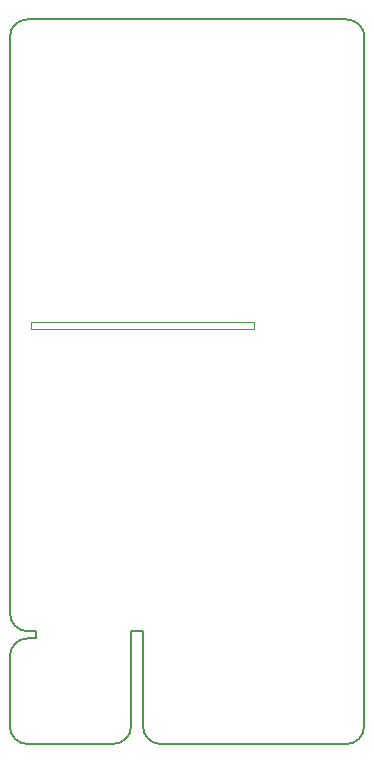
<source format=gbr>
%TF.GenerationSoftware,KiCad,Pcbnew,7.0.5-7.0.5~ubuntu20.04.1*%
%TF.CreationDate,2023-06-23T07:32:12+02:00*%
%TF.ProjectId,ModuleV440,4d6f6475-6c65-4563-9434-302e6b696361,rev?*%
%TF.SameCoordinates,Original*%
%TF.FileFunction,Profile,NP*%
%FSLAX46Y46*%
G04 Gerber Fmt 4.6, Leading zero omitted, Abs format (unit mm)*
G04 Created by KiCad (PCBNEW 7.0.5-7.0.5~ubuntu20.04.1) date 2023-06-23 07:32:12*
%MOMM*%
%LPD*%
G01*
G04 APERTURE LIST*
%TA.AperFunction,Profile*%
%ADD10C,0.150000*%
%TD*%
%TA.AperFunction,Profile*%
%ADD11C,0.100000*%
%TD*%
G04 APERTURE END LIST*
D10*
X1500000Y61350000D02*
X28525000Y61350000D01*
X30025000Y59850000D02*
X30000000Y1500000D01*
X28500000Y0D02*
X12775000Y0D01*
X1500000Y61350000D02*
G75*
G03*
X0Y59850000I0J-1500000D01*
G01*
X0Y1500000D02*
G75*
G03*
X1500000Y0I1500000J0D01*
G01*
X28500000Y0D02*
G75*
G03*
X30000000Y1500000I0J1500000D01*
G01*
D11*
X14880000Y35140000D02*
X1780000Y35140000D01*
X20680000Y35140000D02*
X14880000Y35140000D01*
X20660000Y35740000D02*
X20680000Y35140000D01*
D10*
X20000Y11040000D02*
X0Y59850000D01*
X10270000Y9580000D02*
X11275000Y9580000D01*
X10270000Y1510000D02*
X10270000Y9580000D01*
X11275000Y1500000D02*
G75*
G03*
X12775000Y0I1500000J0D01*
G01*
X8770000Y10000D02*
G75*
G03*
X10270000Y1510000I0J1500000D01*
G01*
X8770000Y10000D02*
X1500000Y0D01*
X1500000Y8930000D02*
G75*
G03*
X0Y7430000I0J-1500000D01*
G01*
X20000Y11040000D02*
G75*
G03*
X1520000Y9540000I1500000J0D01*
G01*
X0Y1500000D02*
X0Y7430000D01*
X2230000Y8930000D02*
X2230000Y9540000D01*
X2230000Y8930000D02*
X1500000Y8930000D01*
X11275000Y9580000D02*
X11275000Y1500000D01*
X30025000Y59850000D02*
G75*
G03*
X28525000Y61350000I-1500000J0D01*
G01*
D11*
X1780000Y35140000D02*
X1780000Y35740000D01*
X1780000Y35740000D02*
X20660000Y35740000D01*
D10*
X2230000Y9540000D02*
X1520000Y9540000D01*
M02*

</source>
